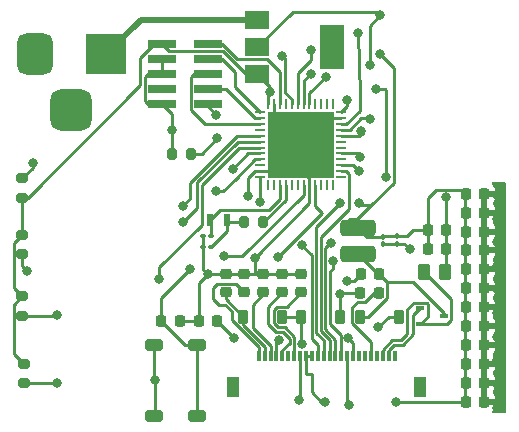
<source format=gbr>
%TF.GenerationSoftware,KiCad,Pcbnew,7.0.8*%
%TF.CreationDate,2023-11-29T21:04:09-06:00*%
%TF.ProjectId,Clock1_v2,436c6f63-6b31-45f7-9632-2e6b69636164,rev?*%
%TF.SameCoordinates,Original*%
%TF.FileFunction,Copper,L1,Top*%
%TF.FilePolarity,Positive*%
%FSLAX46Y46*%
G04 Gerber Fmt 4.6, Leading zero omitted, Abs format (unit mm)*
G04 Created by KiCad (PCBNEW 7.0.8) date 2023-11-29 21:04:09*
%MOMM*%
%LPD*%
G01*
G04 APERTURE LIST*
G04 Aperture macros list*
%AMRoundRect*
0 Rectangle with rounded corners*
0 $1 Rounding radius*
0 $2 $3 $4 $5 $6 $7 $8 $9 X,Y pos of 4 corners*
0 Add a 4 corners polygon primitive as box body*
4,1,4,$2,$3,$4,$5,$6,$7,$8,$9,$2,$3,0*
0 Add four circle primitives for the rounded corners*
1,1,$1+$1,$2,$3*
1,1,$1+$1,$4,$5*
1,1,$1+$1,$6,$7*
1,1,$1+$1,$8,$9*
0 Add four rect primitives between the rounded corners*
20,1,$1+$1,$2,$3,$4,$5,0*
20,1,$1+$1,$4,$5,$6,$7,0*
20,1,$1+$1,$6,$7,$8,$9,0*
20,1,$1+$1,$8,$9,$2,$3,0*%
G04 Aperture macros list end*
%TA.AperFunction,ComponentPad*%
%ADD10R,3.500000X3.500000*%
%TD*%
%TA.AperFunction,ComponentPad*%
%ADD11RoundRect,0.750000X-0.750000X-1.000000X0.750000X-1.000000X0.750000X1.000000X-0.750000X1.000000X0*%
%TD*%
%TA.AperFunction,ComponentPad*%
%ADD12RoundRect,0.875000X-0.875000X-0.875000X0.875000X-0.875000X0.875000X0.875000X-0.875000X0.875000X0*%
%TD*%
%TA.AperFunction,SMDPad,CuDef*%
%ADD13R,2.400000X0.740000*%
%TD*%
%TA.AperFunction,SMDPad,CuDef*%
%ADD14R,0.300000X0.900000*%
%TD*%
%TA.AperFunction,SMDPad,CuDef*%
%ADD15R,1.100000X1.800000*%
%TD*%
%TA.AperFunction,SMDPad,CuDef*%
%ADD16RoundRect,0.225000X-0.225000X-0.250000X0.225000X-0.250000X0.225000X0.250000X-0.225000X0.250000X0*%
%TD*%
%TA.AperFunction,SMDPad,CuDef*%
%ADD17RoundRect,0.225000X-0.250000X0.225000X-0.250000X-0.225000X0.250000X-0.225000X0.250000X0.225000X0*%
%TD*%
%TA.AperFunction,SMDPad,CuDef*%
%ADD18RoundRect,0.225000X0.225000X0.375000X-0.225000X0.375000X-0.225000X-0.375000X0.225000X-0.375000X0*%
%TD*%
%TA.AperFunction,SMDPad,CuDef*%
%ADD19RoundRect,0.100000X-0.100000X0.130000X-0.100000X-0.130000X0.100000X-0.130000X0.100000X0.130000X0*%
%TD*%
%TA.AperFunction,SMDPad,CuDef*%
%ADD20RoundRect,0.200000X-0.200000X-0.275000X0.200000X-0.275000X0.200000X0.275000X-0.200000X0.275000X0*%
%TD*%
%TA.AperFunction,SMDPad,CuDef*%
%ADD21RoundRect,0.250000X0.512000X-0.250000X0.512000X0.250000X-0.512000X0.250000X-0.512000X-0.250000X0*%
%TD*%
%TA.AperFunction,SMDPad,CuDef*%
%ADD22RoundRect,0.100000X-0.130000X-0.100000X0.130000X-0.100000X0.130000X0.100000X-0.130000X0.100000X0*%
%TD*%
%TA.AperFunction,SMDPad,CuDef*%
%ADD23RoundRect,0.225000X0.225000X0.250000X-0.225000X0.250000X-0.225000X-0.250000X0.225000X-0.250000X0*%
%TD*%
%TA.AperFunction,SMDPad,CuDef*%
%ADD24RoundRect,0.350000X1.150000X-0.350000X1.150000X0.350000X-1.150000X0.350000X-1.150000X-0.350000X0*%
%TD*%
%TA.AperFunction,SMDPad,CuDef*%
%ADD25RoundRect,0.200000X0.275000X-0.200000X0.275000X0.200000X-0.275000X0.200000X-0.275000X-0.200000X0*%
%TD*%
%TA.AperFunction,SMDPad,CuDef*%
%ADD26R,0.700000X0.450000*%
%TD*%
%TA.AperFunction,SMDPad,CuDef*%
%ADD27R,0.600000X1.100000*%
%TD*%
%TA.AperFunction,SMDPad,CuDef*%
%ADD28RoundRect,0.062500X0.062500X-0.375000X0.062500X0.375000X-0.062500X0.375000X-0.062500X-0.375000X0*%
%TD*%
%TA.AperFunction,SMDPad,CuDef*%
%ADD29RoundRect,0.062500X0.375000X-0.062500X0.375000X0.062500X-0.375000X0.062500X-0.375000X-0.062500X0*%
%TD*%
%TA.AperFunction,SMDPad,CuDef*%
%ADD30R,5.600000X5.600000*%
%TD*%
%TA.AperFunction,SMDPad,CuDef*%
%ADD31R,2.000000X1.500000*%
%TD*%
%TA.AperFunction,SMDPad,CuDef*%
%ADD32R,2.000000X3.800000*%
%TD*%
%TA.AperFunction,SMDPad,CuDef*%
%ADD33RoundRect,0.250000X0.262500X0.450000X-0.262500X0.450000X-0.262500X-0.450000X0.262500X-0.450000X0*%
%TD*%
%TA.AperFunction,SMDPad,CuDef*%
%ADD34RoundRect,0.200000X-0.275000X0.200000X-0.275000X-0.200000X0.275000X-0.200000X0.275000X0.200000X0*%
%TD*%
%TA.AperFunction,ViaPad*%
%ADD35C,0.800000*%
%TD*%
%TA.AperFunction,Conductor*%
%ADD36C,0.250000*%
%TD*%
%TA.AperFunction,Conductor*%
%ADD37C,0.500000*%
%TD*%
G04 APERTURE END LIST*
D10*
%TO.P,J1,1*%
%TO.N,Vin*%
X109700000Y-85100000D03*
D11*
%TO.P,J1,2*%
%TO.N,GND*%
X103700000Y-85100000D03*
D12*
%TO.P,J1,3*%
%TO.N,N/C*%
X106700000Y-89800000D03*
%TD*%
D13*
%TO.P,J2,1,VTref*%
%TO.N,VDD*%
X114400000Y-84200000D03*
%TO.P,J2,2,SWDIO/TMS*%
%TO.N,Net-(J2-SWDIO{slash}TMS)*%
X118300000Y-84200000D03*
%TO.P,J2,3,GND*%
%TO.N,GND*%
X114400000Y-85470000D03*
%TO.P,J2,4,SWDCLK/TCK*%
%TO.N,Net-(J2-SWDCLK{slash}TCK)*%
X118300000Y-85470000D03*
%TO.P,J2,5,GND*%
%TO.N,GND*%
X114400000Y-86740000D03*
%TO.P,J2,6,SWO/TDO*%
%TO.N,Net-(J2-SWO{slash}TDO)*%
X118300000Y-86740000D03*
%TO.P,J2,7,KEY*%
%TO.N,unconnected-(J2-KEY-Pad7)*%
X114400000Y-88010000D03*
%TO.P,J2,8,NC/TDI*%
%TO.N,Net-(J2-NC{slash}TDI)*%
X118300000Y-88010000D03*
%TO.P,J2,9,GNDDetect*%
%TO.N,GND*%
X114400000Y-89280000D03*
%TO.P,J2,10,~{RESET}*%
%TO.N,/nreset*%
X118300000Y-89280000D03*
%TD*%
D14*
%TO.P,U3,24,VCOM*%
%TO.N,Net-(U3-VCOM)*%
X122606030Y-110600000D03*
%TO.P,U3,23,VGL*%
%TO.N,Net-(D2-A)*%
X123106030Y-110600000D03*
%TO.P,U3,22,VDL*%
%TO.N,Net-(U3-VDL)*%
X123606030Y-110600000D03*
%TO.P,U3,21,VGH*%
%TO.N,Net-(D1-K)*%
X124106030Y-110600000D03*
%TO.P,U3,20,VDH*%
%TO.N,Net-(U3-VDH)*%
X124606030Y-110600000D03*
%TO.P,U3,19,NC*%
%TO.N,unconnected-(U3-NC-Pad19)*%
X125106030Y-110600000D03*
%TO.P,U3,18,VDDD*%
%TO.N,Net-(U3-VDDD)*%
X125606030Y-110600000D03*
%TO.P,U3,17,GND*%
%TO.N,GND*%
X126106030Y-110600000D03*
%TO.P,U3,16,VDDA*%
%TO.N,VDD*%
X126606030Y-110600000D03*
%TO.P,U3,15,VDDIO*%
X127106030Y-110600000D03*
%TO.P,U3,14,SDA*%
%TO.N,/epaper/epaper.spi_sda*%
X127606030Y-110600000D03*
%TO.P,U3,13,SCL*%
%TO.N,/epaper/epaper.spi_scl*%
X128106030Y-110600000D03*
%TO.P,U3,12,CS*%
%TO.N,/epaper/epaper.spi_cs*%
X128606030Y-110600000D03*
%TO.P,U3,11,D/C*%
%TO.N,/epaper/epaper.gpio_dc*%
X129106030Y-110600000D03*
%TO.P,U3,10,RESET*%
%TO.N,/epaper/epaper.gpio_reset_n*%
X129606030Y-110600000D03*
%TO.P,U3,9,BUSY*%
%TO.N,/epaper/epaper.gpio_busy_n*%
X130106030Y-110600000D03*
%TO.P,U3,8,BS*%
%TO.N,/epaper/epaper.gpio_bs*%
X130606030Y-110600000D03*
%TO.P,U3,7,NC*%
%TO.N,unconnected-(U3-NC-Pad7)*%
X131106030Y-110600000D03*
%TO.P,U3,6,NC*%
%TO.N,unconnected-(U3-NC-Pad6)*%
X131606030Y-110600000D03*
%TO.P,U3,5,VHDR*%
%TO.N,Net-(U3-VHDR)*%
X132106030Y-110600000D03*
%TO.P,U3,4,NC*%
%TO.N,unconnected-(U3-NC-Pad4)*%
X132606030Y-110600000D03*
%TO.P,U3,3,RSE*%
%TO.N,Net-(Q1-S)*%
X133106030Y-110600000D03*
%TO.P,U3,2,GDR*%
%TO.N,Net-(Q1-G)*%
X133606030Y-110600000D03*
%TO.P,U3,1,NC*%
%TO.N,unconnected-(U3-NC-Pad1)*%
X134106030Y-110600000D03*
D15*
%TO.P,U3,MP1*%
%TO.N,N/C*%
X120449731Y-113267624D03*
%TO.P,U3,MP2*%
X136249731Y-113267624D03*
%TD*%
D16*
%TO.P,C19,1*%
%TO.N,VDD*%
X140125000Y-114500000D03*
%TO.P,C19,2*%
%TO.N,GND*%
X141675000Y-114500000D03*
%TD*%
%TO.P,C14,1*%
%TO.N,VDD*%
X140125000Y-106500000D03*
%TO.P,C14,2*%
%TO.N,GND*%
X141675000Y-106500000D03*
%TD*%
D17*
%TO.P,C23,1*%
%TO.N,GND*%
X126200000Y-103699998D03*
%TO.P,C23,2*%
%TO.N,Net-(U3-VDDD)*%
X126200000Y-105249998D03*
%TD*%
D16*
%TO.P,C16,1*%
%TO.N,VDD*%
X140125000Y-109700000D03*
%TO.P,C16,2*%
%TO.N,GND*%
X141675000Y-109700000D03*
%TD*%
D18*
%TO.P,D3,1,K*%
%TO.N,GND*%
X129500000Y-107299998D03*
%TO.P,D3,2,A*%
%TO.N,Net-(D2-K)*%
X126200000Y-107299998D03*
%TD*%
D19*
%TO.P,C28,1*%
%TO.N,VDD*%
X134300000Y-100479998D03*
%TO.P,C28,2*%
%TO.N,GND*%
X134300000Y-101119998D03*
%TD*%
D18*
%TO.P,D2,1,K*%
%TO.N,Net-(D2-K)*%
X124600000Y-107299998D03*
%TO.P,D2,2,A*%
%TO.N,Net-(D2-A)*%
X121300000Y-107299998D03*
%TD*%
D16*
%TO.P,C17,1*%
%TO.N,VDD*%
X140125000Y-111300000D03*
%TO.P,C17,2*%
%TO.N,GND*%
X141675000Y-111300000D03*
%TD*%
D17*
%TO.P,C24,1*%
%TO.N,GND*%
X123000000Y-103699998D03*
%TO.P,C24,2*%
%TO.N,Net-(U3-VDL)*%
X123000000Y-105249998D03*
%TD*%
D16*
%TO.P,C9,1*%
%TO.N,VDD*%
X140125000Y-98500000D03*
%TO.P,C9,2*%
%TO.N,GND*%
X141675000Y-98500000D03*
%TD*%
D20*
%TO.P,R2,1*%
%TO.N,GND*%
X115250000Y-93500000D03*
%TO.P,R2,2*%
%TO.N,Net-(U1-BOOT0)*%
X116900000Y-93500000D03*
%TD*%
D21*
%TO.P,SW7,1,1*%
%TO.N,GND*%
X113700000Y-115700000D03*
X113700000Y-109700000D03*
%TO.P,SW7,2,2*%
%TO.N,/nreset*%
X117400000Y-115700000D03*
X117400000Y-109700000D03*
%TD*%
D22*
%TO.P,C5,1*%
%TO.N,GND*%
X117925000Y-101400000D03*
%TO.P,C5,2*%
%TO.N,Net-(C5-Pad2)*%
X118565000Y-101400000D03*
%TD*%
D16*
%TO.P,C13,1*%
%TO.N,VDD*%
X140125000Y-104900000D03*
%TO.P,C13,2*%
%TO.N,GND*%
X141675000Y-104900000D03*
%TD*%
D17*
%TO.P,C22,1*%
%TO.N,GND*%
X124600000Y-103699998D03*
%TO.P,C22,2*%
%TO.N,Net-(U3-VDH)*%
X124600000Y-105249998D03*
%TD*%
D16*
%TO.P,C10,1*%
%TO.N,VDD*%
X140125000Y-100100000D03*
%TO.P,C10,2*%
%TO.N,GND*%
X141675000Y-100100000D03*
%TD*%
%TO.P,C1,1*%
%TO.N,VDD*%
X136922500Y-100000000D03*
%TO.P,C1,2*%
%TO.N,GND*%
X138472500Y-100000000D03*
%TD*%
%TO.P,C15,1*%
%TO.N,VDD*%
X140125000Y-108100000D03*
%TO.P,C15,2*%
%TO.N,GND*%
X141675000Y-108100000D03*
%TD*%
%TO.P,C18,1*%
%TO.N,VDD*%
X140125000Y-112900000D03*
%TO.P,C18,2*%
%TO.N,GND*%
X141675000Y-112900000D03*
%TD*%
%TO.P,C2,1*%
%TO.N,VDD*%
X136925000Y-101600000D03*
%TO.P,C2,2*%
%TO.N,GND*%
X138475000Y-101600000D03*
%TD*%
D23*
%TO.P,C3,1*%
%TO.N,GND*%
X115900000Y-107700000D03*
%TO.P,C3,2*%
%TO.N,/nreset*%
X114350000Y-107700000D03*
%TD*%
D24*
%TO.P,L1,1,1*%
%TO.N,VDD*%
X131019000Y-99799998D03*
%TO.P,L1,2,2*%
%TO.N,Net-(D1-A)*%
X131000000Y-101999998D03*
%TD*%
D25*
%TO.P,R7,1*%
%TO.N,Net-(U1-PB7)*%
X102600000Y-107225000D03*
%TO.P,R7,2*%
%TO.N,VDD*%
X102600000Y-105575000D03*
%TD*%
D16*
%TO.P,C12,1*%
%TO.N,VDD*%
X140125000Y-103300000D03*
%TO.P,C12,2*%
%TO.N,GND*%
X141675000Y-103300000D03*
%TD*%
D25*
%TO.P,R6,1*%
%TO.N,Net-(U1-PB6)*%
X102600000Y-102000000D03*
%TO.P,R6,2*%
%TO.N,VDD*%
X102600000Y-100350000D03*
%TD*%
D16*
%TO.P,C20,1*%
%TO.N,GND*%
X131200000Y-105299998D03*
%TO.P,C20,2*%
%TO.N,Net-(U3-VHDR)*%
X132750000Y-105299998D03*
%TD*%
D22*
%TO.P,C4,1*%
%TO.N,GND*%
X117925000Y-100500000D03*
%TO.P,C4,2*%
%TO.N,Net-(U1-PC14)*%
X118565000Y-100500000D03*
%TD*%
D16*
%TO.P,C21,1*%
%TO.N,GND*%
X117525000Y-107699998D03*
%TO.P,C21,2*%
%TO.N,Net-(D1-K)*%
X119075000Y-107699998D03*
%TD*%
D25*
%TO.P,R8,1*%
%TO.N,Net-(U1-PB8)*%
X102700000Y-112925000D03*
%TO.P,R8,2*%
%TO.N,VDD*%
X102700000Y-111275000D03*
%TD*%
D26*
%TO.P,Q1,1,G*%
%TO.N,Net-(Q1-G)*%
X136300000Y-106600000D03*
%TO.P,Q1,2,S*%
%TO.N,Net-(Q1-S)*%
X136300000Y-107900000D03*
%TO.P,Q1,3,D*%
%TO.N,Net-(D1-A)*%
X138300000Y-107250000D03*
%TD*%
D20*
%TO.P,R1,1*%
%TO.N,Net-(C5-Pad2)*%
X121350000Y-99300000D03*
%TO.P,R1,2*%
%TO.N,Net-(U1-PC15)*%
X123000000Y-99300000D03*
%TD*%
D18*
%TO.P,D1,1,K*%
%TO.N,Net-(D1-K)*%
X134500000Y-107299998D03*
%TO.P,D1,2,A*%
%TO.N,Net-(D1-A)*%
X131200000Y-107299998D03*
%TD*%
D27*
%TO.P,Y1,1,1*%
%TO.N,Net-(U1-PC14)*%
X118500000Y-99100000D03*
%TO.P,Y1,2,2*%
%TO.N,Net-(C5-Pad2)*%
X119900000Y-99100000D03*
%TD*%
D16*
%TO.P,C11,1*%
%TO.N,VDD*%
X140125000Y-101700000D03*
%TO.P,C11,2*%
%TO.N,GND*%
X141675000Y-101700000D03*
%TD*%
D28*
%TO.P,U1,1,VBAT*%
%TO.N,unconnected-(U1-VBAT-Pad1)*%
X123400000Y-96175000D03*
%TO.P,U1,2,PC13*%
%TO.N,unconnected-(U1-PC13-Pad2)*%
X123900000Y-96175000D03*
%TO.P,U1,3,PC14*%
%TO.N,Net-(U1-PC14)*%
X124400000Y-96175000D03*
%TO.P,U1,4,PC15*%
%TO.N,Net-(U1-PC15)*%
X124900000Y-96175000D03*
%TO.P,U1,5,PD0*%
%TO.N,unconnected-(U1-PD0-Pad5)*%
X125400000Y-96175000D03*
%TO.P,U1,6,PD1*%
%TO.N,unconnected-(U1-PD1-Pad6)*%
X125900000Y-96175000D03*
%TO.P,U1,7,NRST*%
%TO.N,/nreset*%
X126400000Y-96175000D03*
%TO.P,U1,8,VSSA*%
%TO.N,GND*%
X126900000Y-96175000D03*
%TO.P,U1,9,VDDA*%
%TO.N,VDD*%
X127400000Y-96175000D03*
%TO.P,U1,10,PA0*%
%TO.N,unconnected-(U1-PA0-Pad10)*%
X127900000Y-96175000D03*
%TO.P,U1,11,PA1*%
%TO.N,unconnected-(U1-PA1-Pad11)*%
X128400000Y-96175000D03*
%TO.P,U1,12,PA2*%
%TO.N,unconnected-(U1-PA2-Pad12)*%
X128900000Y-96175000D03*
D29*
%TO.P,U1,13,PA3*%
%TO.N,unconnected-(U1-PA3-Pad13)*%
X129587500Y-95487500D03*
%TO.P,U1,14,PA4*%
%TO.N,/epaper/epaper.spi_cs*%
X129587500Y-94987500D03*
%TO.P,U1,15,PA5*%
%TO.N,/epaper/epaper.spi_scl*%
X129587500Y-94487500D03*
%TO.P,U1,16,PA6*%
%TO.N,unconnected-(U1-PA6-Pad16)*%
X129587500Y-93987500D03*
%TO.P,U1,17,PA7*%
%TO.N,/epaper/epaper.spi_sda*%
X129587500Y-93487500D03*
%TO.P,U1,18,PB0*%
%TO.N,unconnected-(U1-PB0-Pad18)*%
X129587500Y-92987500D03*
%TO.P,U1,19,PB1*%
%TO.N,unconnected-(U1-PB1-Pad19)*%
X129587500Y-92487500D03*
%TO.P,U1,20,PB2*%
%TO.N,Net-(U1-PB2)*%
X129587500Y-91987500D03*
%TO.P,U1,21,PB10*%
%TO.N,Net-(U1-PB10)*%
X129587500Y-91487500D03*
%TO.P,U1,22,PB11*%
%TO.N,Net-(U1-PB11)*%
X129587500Y-90987500D03*
%TO.P,U1,23,VSS*%
%TO.N,GND*%
X129587500Y-90487500D03*
%TO.P,U1,24,VDD*%
%TO.N,VDD*%
X129587500Y-89987500D03*
D28*
%TO.P,U1,25,PB12*%
%TO.N,unconnected-(U1-PB12-Pad25)*%
X128900000Y-89300000D03*
%TO.P,U1,26,PB13*%
%TO.N,unconnected-(U1-PB13-Pad26)*%
X128400000Y-89300000D03*
%TO.P,U1,27,PB14*%
%TO.N,unconnected-(U1-PB14-Pad27)*%
X127900000Y-89300000D03*
%TO.P,U1,28,PB15*%
%TO.N,unconnected-(U1-PB15-Pad28)*%
X127400000Y-89300000D03*
%TO.P,U1,29,PA8*%
%TO.N,/epaper/epaper.gpio_bs*%
X126900000Y-89300000D03*
%TO.P,U1,30,PA9*%
%TO.N,/epaper/epaper.gpio_dc*%
X126400000Y-89300000D03*
%TO.P,U1,31,PA10*%
%TO.N,/epaper/epaper.gpio_busy_n*%
X125900000Y-89300000D03*
%TO.P,U1,32,PA11*%
%TO.N,/epaper/epaper.gpio_reset_n*%
X125400000Y-89300000D03*
%TO.P,U1,33,PA12*%
%TO.N,unconnected-(U1-PA12-Pad33)*%
X124900000Y-89300000D03*
%TO.P,U1,34,PA13_JTMS_SWDIO*%
%TO.N,Net-(J2-SWDIO{slash}TMS)*%
X124400000Y-89300000D03*
%TO.P,U1,35,VSS*%
%TO.N,GND*%
X123900000Y-89300000D03*
%TO.P,U1,36,VDD*%
%TO.N,VDD*%
X123400000Y-89300000D03*
D29*
%TO.P,U1,37,PA14_JTCK_SWCLK*%
%TO.N,Net-(J2-SWDCLK{slash}TCK)*%
X122712500Y-89987500D03*
%TO.P,U1,38,PA15_JTDI*%
%TO.N,Net-(J2-NC{slash}TDI)*%
X122712500Y-90487500D03*
%TO.P,U1,39,PB3*%
%TO.N,Net-(J2-SWO{slash}TDO)*%
X122712500Y-90987500D03*
%TO.P,U1,40,PB4*%
%TO.N,unconnected-(U1-PB4-Pad40)*%
X122712500Y-91487500D03*
%TO.P,U1,41,PB5*%
%TO.N,Net-(U1-PB5)*%
X122712500Y-91987500D03*
%TO.P,U1,42,PB6*%
%TO.N,Net-(U1-PB6)*%
X122712500Y-92487500D03*
%TO.P,U1,43,PB7*%
%TO.N,Net-(U1-PB7)*%
X122712500Y-92987500D03*
%TO.P,U1,44,BOOT0*%
%TO.N,Net-(U1-BOOT0)*%
X122712500Y-93487500D03*
%TO.P,U1,45,PB8*%
%TO.N,Net-(U1-PB8)*%
X122712500Y-93987500D03*
%TO.P,U1,46,PB9*%
%TO.N,unconnected-(U1-PB9-Pad46)*%
X122712500Y-94487500D03*
%TO.P,U1,47,VSS*%
%TO.N,GND*%
X122712500Y-94987500D03*
%TO.P,U1,48,VDD*%
%TO.N,VDD*%
X122712500Y-95487500D03*
D30*
%TO.P,U1,49,VSS*%
%TO.N,GND*%
X126150000Y-92737500D03*
%TD*%
D16*
%TO.P,C8,1*%
%TO.N,VDD*%
X140125000Y-96925000D03*
%TO.P,C8,2*%
%TO.N,GND*%
X141675000Y-96925000D03*
%TD*%
D17*
%TO.P,C26,1*%
%TO.N,GND*%
X119800000Y-103699998D03*
%TO.P,C26,2*%
%TO.N,Net-(D2-A)*%
X119800000Y-105249998D03*
%TD*%
%TO.P,C25,1*%
%TO.N,GND*%
X121400000Y-103699998D03*
%TO.P,C25,2*%
%TO.N,Net-(U3-VCOM)*%
X121400000Y-105249998D03*
%TD*%
D31*
%TO.P,U2,1,Vin*%
%TO.N,Vin*%
X122500000Y-82200000D03*
%TO.P,U2,2,GND*%
%TO.N,GND*%
X122500000Y-84500000D03*
%TO.P,U2,3,Vout*%
%TO.N,VDD*%
X122500000Y-86800000D03*
D32*
%TO.P,U2,4*%
%TO.N,N/C*%
X128800000Y-84500000D03*
%TD*%
D33*
%TO.P,R4,1*%
%TO.N,GND*%
X138400000Y-103500000D03*
%TO.P,R4,2*%
%TO.N,Net-(Q1-S)*%
X136575000Y-103500000D03*
%TD*%
D34*
%TO.P,R5,1*%
%TO.N,Net-(U1-PB5)*%
X102600000Y-95578000D03*
%TO.P,R5,2*%
%TO.N,VDD*%
X102600000Y-97228000D03*
%TD*%
D23*
%TO.P,C27,1*%
%TO.N,Net-(D1-A)*%
X132800000Y-103699998D03*
%TO.P,C27,2*%
%TO.N,Net-(D2-K)*%
X131250000Y-103699998D03*
%TD*%
D19*
%TO.P,C29,1*%
%TO.N,VDD*%
X133100000Y-100524998D03*
%TO.P,C29,2*%
%TO.N,GND*%
X133100000Y-101164998D03*
%TD*%
D35*
%TO.N,GND*%
X113800000Y-112700000D03*
X128300000Y-92000000D03*
X126300000Y-92000000D03*
X135400000Y-101599998D03*
X142800000Y-109000000D03*
X142800000Y-97000000D03*
X124050000Y-92000000D03*
X132900000Y-81800000D03*
X126300000Y-90500000D03*
X142800000Y-103000000D03*
X128300000Y-95000000D03*
X118300000Y-103699998D03*
X129500000Y-105399998D03*
X124050000Y-93500000D03*
X122300000Y-102300000D03*
X121700000Y-97100000D03*
X124050000Y-90500000D03*
X115300000Y-91500000D03*
X142800000Y-115000000D03*
X142800000Y-111000000D03*
X128300000Y-93500000D03*
X142800000Y-99000000D03*
X126300000Y-95000000D03*
X124050000Y-95000000D03*
X142800000Y-107000000D03*
X126000000Y-114399998D03*
X132000000Y-86000000D03*
X142800000Y-105000000D03*
X128300000Y-90500000D03*
X138500000Y-97200000D03*
X126300000Y-93500000D03*
X142800000Y-101000000D03*
X142800000Y-113000000D03*
%TO.N,VDD*%
X128250000Y-114500000D03*
X134250000Y-114500000D03*
X130050000Y-89000000D03*
X124250000Y-102250000D03*
X122700000Y-97600000D03*
X123550000Y-88250000D03*
X131100000Y-97700000D03*
X132900000Y-85100000D03*
%TO.N,Net-(D1-K)*%
X120500000Y-109099998D03*
X124300000Y-109300000D03*
X132700000Y-108200000D03*
%TO.N,Net-(D2-K)*%
X130100000Y-104300000D03*
X126300000Y-109599998D03*
%TO.N,/epaper/epaper.spi_scl*%
X129500000Y-97700000D03*
X131100000Y-95000000D03*
%TO.N,/epaper/epaper.spi_sda*%
X126300000Y-101200000D03*
X131200000Y-93800000D03*
%TO.N,/epaper/epaper.gpio_bs*%
X128300000Y-87000000D03*
X132550000Y-88000000D03*
X130200000Y-109100000D03*
X133400000Y-95500000D03*
%TO.N,/epaper/epaper.gpio_dc*%
X127000000Y-86750000D03*
X128700000Y-101100000D03*
%TO.N,/epaper/epaper.gpio_busy_n*%
X130250000Y-114750000D03*
X127000000Y-84750000D03*
%TO.N,/epaper/epaper.gpio_reset_n*%
X124600000Y-85200000D03*
X128900000Y-102600000D03*
%TO.N,Net-(U1-BOOT0)*%
X119100000Y-92200000D03*
X120400000Y-94800000D03*
%TO.N,Net-(U1-PB5)*%
X116200000Y-97900000D03*
X103500000Y-94300000D03*
%TO.N,Net-(U1-PB6)*%
X116200000Y-99300000D03*
X103000000Y-103400000D03*
%TO.N,Net-(U1-PB7)*%
X114200000Y-104100000D03*
X105500000Y-107200000D03*
%TO.N,Net-(U1-PB8)*%
X119000000Y-96700000D03*
X105500000Y-112900000D03*
%TO.N,/nreset*%
X119000000Y-90200000D03*
X116800000Y-103300000D03*
X119700000Y-102200000D03*
%TO.N,Net-(U1-PB11)*%
X131050000Y-83250000D03*
%TO.N,Net-(U1-PB10)*%
X132000000Y-90600000D03*
%TO.N,Net-(U1-PB2)*%
X131300000Y-91600000D03*
%TD*%
D36*
%TO.N,VDD*%
X139748000Y-96548000D02*
X137652000Y-96548000D01*
X136922500Y-97277500D02*
X136922500Y-100700000D01*
X140125000Y-96925000D02*
X139748000Y-96548000D01*
X136922500Y-100000000D02*
X136922500Y-100700000D01*
X136922500Y-100700000D02*
X136922500Y-101597500D01*
X137652000Y-96548000D02*
X136922500Y-97277500D01*
%TO.N,Net-(D1-A)*%
X138300000Y-107025000D02*
X135626998Y-104351998D01*
X135626998Y-104351998D02*
X133452000Y-104351998D01*
X138300000Y-107250000D02*
X138300000Y-107025000D01*
%TO.N,Net-(Q1-S)*%
X136902000Y-107298000D02*
X136300000Y-107900000D01*
X135777000Y-106123000D02*
X136823000Y-106123000D01*
X136902000Y-106202000D02*
X136902000Y-107298000D01*
X135202000Y-106698000D02*
X135777000Y-106123000D01*
X135202000Y-108743998D02*
X135202000Y-106698000D01*
X136823000Y-106123000D02*
X136902000Y-106202000D01*
X134623000Y-109322998D02*
X135202000Y-108743998D01*
%TO.N,Net-(Q1-G)*%
X135698000Y-108781157D02*
X135698000Y-107202000D01*
X135698000Y-107202000D02*
X136300000Y-106600000D01*
X134779159Y-109699998D02*
X135698000Y-108781157D01*
X134049650Y-109699998D02*
X134779159Y-109699998D01*
X133606030Y-110143618D02*
X134049650Y-109699998D01*
X133606030Y-110600000D02*
X133606030Y-110143618D01*
%TO.N,Net-(Q1-S)*%
X138902000Y-107579382D02*
X138902000Y-105827000D01*
X138581382Y-107900000D02*
X138902000Y-107579382D01*
X136300000Y-107900000D02*
X138581382Y-107900000D01*
X138902000Y-105827000D02*
X136575000Y-103500000D01*
%TO.N,GND*%
X138475000Y-103425000D02*
X138400000Y-103500000D01*
X138475000Y-101600000D02*
X138475000Y-103425000D01*
%TO.N,VDD*%
X135682066Y-100000000D02*
X136922500Y-100000000D01*
X135202068Y-100479998D02*
X135682066Y-100000000D01*
X134250000Y-114500000D02*
X140125000Y-114500000D01*
%TO.N,Net-(D1-K)*%
X124106030Y-109493970D02*
X124106030Y-110600000D01*
X124300000Y-109300000D02*
X124106030Y-109493970D01*
%TO.N,Net-(U3-VDH)*%
X124606030Y-110143618D02*
X124606030Y-110600000D01*
X125229030Y-109600000D02*
X125149648Y-109600000D01*
X125149648Y-109600000D02*
X124606030Y-110143618D01*
X124643842Y-108576998D02*
X125229030Y-109162186D01*
X125229030Y-109162186D02*
X125229030Y-109600000D01*
X124069259Y-108576998D02*
X124643842Y-108576998D01*
X123400000Y-107907739D02*
X124069259Y-108576998D01*
X124600000Y-105249998D02*
X123400000Y-106449998D01*
X123400000Y-106449998D02*
X123400000Y-107907739D01*
%TO.N,GND*%
X113700000Y-112600000D02*
X113700000Y-109700000D01*
X113800000Y-112700000D02*
X113700000Y-112600000D01*
X113800000Y-115700000D02*
X113800000Y-112700000D01*
X113700000Y-115700000D02*
X113800000Y-115700000D01*
%TO.N,/nreset*%
X117400000Y-115700000D02*
X117400000Y-109700000D01*
X116350000Y-109700000D02*
X114350000Y-107700000D01*
X117400000Y-109700000D02*
X116350000Y-109700000D01*
%TO.N,Net-(U3-VDDD)*%
X124225418Y-108199998D02*
X124800000Y-108199998D01*
X123898000Y-107872580D02*
X124225418Y-108199998D01*
X123898000Y-106727416D02*
X123898000Y-107872580D01*
X124177418Y-106447998D02*
X123898000Y-106727416D01*
X125002000Y-106447998D02*
X124177418Y-106447998D01*
X124800000Y-108199998D02*
X125606030Y-109006028D01*
X126200000Y-105249998D02*
X125002000Y-106447998D01*
X125606030Y-109006028D02*
X125606030Y-110600000D01*
%TO.N,Net-(U3-VDL)*%
X122100000Y-106325416D02*
X122100000Y-108308264D01*
X122100000Y-108308264D02*
X123606030Y-109814294D01*
X123606030Y-109814294D02*
X123606030Y-110600000D01*
X123000000Y-105425416D02*
X122100000Y-106325416D01*
X123000000Y-105249998D02*
X123000000Y-105425416D01*
%TO.N,Net-(D2-A)*%
X123106030Y-109847452D02*
X123106030Y-110600000D01*
X121300000Y-108041422D02*
X123106030Y-109847452D01*
X121300000Y-107299998D02*
X121300000Y-108041422D01*
%TO.N,Net-(U3-VCOM)*%
X120333421Y-107608001D02*
X122606030Y-109880610D01*
X119216579Y-106316577D02*
X119783421Y-106316577D01*
X118700000Y-104899998D02*
X118700000Y-105799998D01*
X118700000Y-105799998D02*
X119216579Y-106316577D01*
X120333421Y-106866577D02*
X120333421Y-107608001D01*
X120698000Y-104547998D02*
X119052000Y-104547998D01*
X122606030Y-109880610D02*
X122606030Y-110600000D01*
X119052000Y-104547998D02*
X118700000Y-104899998D01*
X119783421Y-106316577D02*
X120333421Y-106866577D01*
X121400000Y-105249998D02*
X120698000Y-104547998D01*
%TO.N,Net-(Q1-S)*%
X133106030Y-110110460D02*
X133106030Y-110600000D01*
X133893492Y-109322998D02*
X133106030Y-110110460D01*
X134623000Y-109322998D02*
X133893492Y-109322998D01*
%TO.N,VDD*%
X126606030Y-110600000D02*
X127106030Y-110600000D01*
X126606030Y-112193968D02*
X126606030Y-110600000D01*
X126600000Y-112199998D02*
X126606030Y-112193968D01*
%TO.N,GND*%
X126106030Y-112193968D02*
X126106030Y-110600000D01*
X126100000Y-112199998D02*
X126106030Y-112193968D01*
%TO.N,/epaper/epaper.gpio_busy_n*%
X130106030Y-112193968D02*
X130106030Y-110600000D01*
X130100000Y-112199998D02*
X130106030Y-112193968D01*
%TO.N,/epaper/epaper.gpio_reset_n*%
X129548000Y-110541970D02*
X129606030Y-110600000D01*
X129548000Y-108829932D02*
X129548000Y-110541970D01*
X128608000Y-107889932D02*
X129548000Y-108829932D01*
X128608000Y-103492000D02*
X128608000Y-107889932D01*
%TO.N,/epaper/epaper.gpio_dc*%
X129106030Y-109239714D02*
X129106030Y-110600000D01*
X128231000Y-108364684D02*
X129106030Y-109239714D01*
X128231000Y-101469000D02*
X128231000Y-108364684D01*
%TO.N,/epaper/epaper.spi_cs*%
X128606030Y-109272872D02*
X128606030Y-110600000D01*
X127854000Y-100587559D02*
X127854000Y-108520842D01*
X127854000Y-108520842D02*
X128606030Y-109272872D01*
%TO.N,/epaper/epaper.spi_scl*%
X128106030Y-109306030D02*
X128106030Y-110600000D01*
X127477000Y-108677000D02*
X128106030Y-109306030D01*
X127477000Y-99723000D02*
X127477000Y-108677000D01*
%TO.N,/epaper/epaper.spi_sda*%
X127606030Y-109706030D02*
X127606030Y-110600000D01*
X127100000Y-109200000D02*
X127606030Y-109706030D01*
X127100000Y-102100000D02*
X127100000Y-109200000D01*
%TO.N,Net-(D1-K)*%
X133600002Y-107299998D02*
X132700000Y-108200000D01*
X134500000Y-107299998D02*
X133600002Y-107299998D01*
%TO.N,Net-(U3-VHDR)*%
X130498000Y-106501998D02*
X130498000Y-107872580D01*
X131622582Y-106026998D02*
X130973000Y-106026998D01*
X132106030Y-109480610D02*
X132106030Y-110600000D01*
X132349582Y-105299998D02*
X131622582Y-106026998D01*
X130973000Y-106026998D02*
X130498000Y-106501998D01*
X130498000Y-107872580D02*
X132106030Y-109480610D01*
X132750000Y-105299998D02*
X132349582Y-105299998D01*
%TO.N,/epaper/epaper.gpio_bs*%
X130606030Y-109506030D02*
X130606030Y-110600000D01*
X130200000Y-109100000D02*
X130606030Y-109506030D01*
%TO.N,GND*%
X114400000Y-89280000D02*
X113200000Y-89280000D01*
X118300000Y-103699998D02*
X117925000Y-103324998D01*
X117525000Y-104474998D02*
X118300000Y-103699998D01*
X113200000Y-89280000D02*
X112948000Y-89028000D01*
X129587500Y-90487500D02*
X128312500Y-90487500D01*
X126300000Y-90500000D02*
X126300000Y-95000000D01*
X126900000Y-97700000D02*
X122300000Y-102300000D01*
X126100000Y-112199998D02*
X126100000Y-114299998D01*
X128312500Y-90487500D02*
X128300000Y-90500000D01*
X112948000Y-86992000D02*
X113200000Y-86740000D01*
X115250000Y-91550000D02*
X115300000Y-91500000D01*
X117524998Y-107700000D02*
X117525000Y-107699998D01*
X125500000Y-81500000D02*
X132600000Y-81500000D01*
X126900000Y-96175000D02*
X126900000Y-97700000D01*
X122712500Y-94987500D02*
X122275000Y-94987500D01*
X138500000Y-97200000D02*
X138475000Y-97225000D01*
X122300000Y-103599998D02*
X122200000Y-103699998D01*
X134255000Y-101164998D02*
X134300000Y-101119998D01*
X128300000Y-92000000D02*
X124050000Y-92000000D01*
X123900000Y-89300000D02*
X123900000Y-90350000D01*
X117525000Y-107699998D02*
X117525000Y-104474998D01*
X128300000Y-93500000D02*
X124050000Y-93500000D01*
X132000000Y-82700000D02*
X132900000Y-81800000D01*
X115900000Y-107700000D02*
X117524998Y-107700000D01*
X117925000Y-103324998D02*
X117925000Y-100500000D01*
X135400000Y-101599998D02*
X135300000Y-101499998D01*
X115250000Y-93500000D02*
X115250000Y-91550000D01*
X132600000Y-81500000D02*
X132900000Y-81800000D01*
X115250000Y-91450000D02*
X115250000Y-90130000D01*
X122712500Y-94987500D02*
X124037500Y-94987500D01*
X112948000Y-89028000D02*
X112948000Y-86992000D01*
X132000000Y-86000000D02*
X132000000Y-82700000D01*
X126900000Y-96175000D02*
X126900000Y-95600000D01*
X122300000Y-102300000D02*
X122300000Y-103599998D01*
X122275000Y-94987500D02*
X121700000Y-95562500D01*
X115300000Y-91500000D02*
X115250000Y-91450000D01*
X128300000Y-90500000D02*
X124050000Y-90500000D01*
X134300000Y-101119998D02*
X134920000Y-101119998D01*
X115250000Y-90130000D02*
X114400000Y-89280000D01*
X131200000Y-105299998D02*
X129600000Y-105299998D01*
X122500000Y-84500000D02*
X125500000Y-81500000D01*
X129600000Y-105299998D02*
X129500000Y-105399998D01*
X121700000Y-95562500D02*
X121700000Y-97100000D01*
X128300000Y-95000000D02*
X128300000Y-90500000D01*
X124050000Y-95000000D02*
X128300000Y-95000000D01*
X126100000Y-114299998D02*
X126000000Y-114399998D01*
X126900000Y-95600000D02*
X126300000Y-95000000D01*
X114400000Y-86740000D02*
X114400000Y-85470000D01*
X113200000Y-86740000D02*
X114400000Y-86740000D01*
X129500000Y-107299998D02*
X129500000Y-105399998D01*
X122200000Y-103699998D02*
X118300000Y-103699998D01*
X133100000Y-101164998D02*
X134255000Y-101164998D01*
X138475000Y-97225000D02*
X138475000Y-101600000D01*
X134920000Y-101119998D02*
X135400000Y-101599998D01*
X124050000Y-90500000D02*
X124050000Y-95000000D01*
X124037500Y-94987500D02*
X124050000Y-95000000D01*
X126200000Y-103699998D02*
X122200000Y-103699998D01*
X123900000Y-90350000D02*
X124050000Y-90500000D01*
%TO.N,VDD*%
X122500000Y-86800000D02*
X121556382Y-86800000D01*
X129587500Y-89987500D02*
X130100000Y-89475000D01*
X130958382Y-99048000D02*
X132153191Y-97853191D01*
X133145000Y-100479998D02*
X133100000Y-100524998D01*
X102600000Y-97228000D02*
X102600000Y-100350000D01*
X131100000Y-97700000D02*
X131253191Y-97853191D01*
X130050000Y-89000000D02*
X130100000Y-89200000D01*
X121556382Y-86800000D02*
X119578382Y-84822000D01*
X126600000Y-112199998D02*
X127100000Y-112199998D01*
X101873000Y-101077000D02*
X102600000Y-100350000D01*
X133100000Y-100524998D02*
X131744000Y-100524998D01*
X130267002Y-99048000D02*
X130958382Y-99048000D01*
X132153191Y-97853191D02*
X134053191Y-95953191D01*
X123400000Y-88400000D02*
X123550000Y-88250000D01*
X131019000Y-99799998D02*
X130267002Y-99048000D01*
X127100000Y-112199998D02*
X127100000Y-113699998D01*
X128000000Y-98500000D02*
X124250000Y-102250000D01*
X115022000Y-84822000D02*
X114400000Y-84200000D01*
X140050000Y-103200000D02*
X140050000Y-105700000D01*
X112571000Y-87732000D02*
X112571000Y-85372618D01*
X122700000Y-97600000D02*
X122712500Y-97487500D01*
X132900000Y-85100000D02*
X134053191Y-86253191D01*
X134053191Y-86253191D02*
X134053191Y-95953191D01*
X113743618Y-84200000D02*
X114400000Y-84200000D01*
X122712500Y-95487500D02*
X122700000Y-97600000D01*
X123550000Y-88250000D02*
X123550000Y-87850000D01*
X102600000Y-97228000D02*
X103075000Y-97228000D01*
X123550000Y-87850000D02*
X122500000Y-86800000D01*
X119578382Y-84822000D02*
X115022000Y-84822000D01*
X140050000Y-105150000D02*
X140050000Y-105700000D01*
X102700000Y-111275000D02*
X101873000Y-110448000D01*
X136922500Y-101597500D02*
X136925000Y-101600000D01*
X127400000Y-97900000D02*
X128000000Y-98500000D01*
X130100000Y-89475000D02*
X130050000Y-89000000D01*
X101873000Y-106302000D02*
X102600000Y-105575000D01*
X135202068Y-100479998D02*
X134300000Y-100479998D01*
X103075000Y-97228000D02*
X112571000Y-87732000D01*
X127100000Y-113699998D02*
X127900002Y-114500000D01*
X127400000Y-96175000D02*
X127400000Y-97900000D01*
X101873000Y-110448000D02*
X101873000Y-106302000D01*
X101873000Y-104848000D02*
X101873000Y-101077000D01*
X102600000Y-105575000D02*
X101873000Y-104848000D01*
X127900002Y-114500000D02*
X128250000Y-114500000D01*
X112571000Y-85372618D02*
X113743618Y-84200000D01*
X131744000Y-100524998D02*
X131019000Y-99799998D01*
X140050000Y-96825000D02*
X140050000Y-103027930D01*
X131253191Y-97853191D02*
X132153191Y-97853191D01*
X134300000Y-100479998D02*
X133145000Y-100479998D01*
X140050000Y-105700000D02*
X140050000Y-114400000D01*
X123400000Y-89300000D02*
X123400000Y-88400000D01*
%TO.N,Net-(C5-Pad2)*%
X121350000Y-99300000D02*
X120100000Y-99300000D01*
X118565000Y-101400000D02*
X119900000Y-100065000D01*
X119900000Y-100065000D02*
X119900000Y-99100000D01*
X120100000Y-99300000D02*
X119900000Y-99100000D01*
%TO.N,Net-(D1-K)*%
X119075000Y-107699998D02*
X119100000Y-107699998D01*
X119100000Y-107699998D02*
X120500000Y-109099998D01*
X120500000Y-109099998D02*
X120400000Y-108999998D01*
%TO.N,Net-(D2-A)*%
X119800000Y-105249998D02*
X119800000Y-105799998D01*
X119800000Y-105799998D02*
X121300000Y-107299998D01*
%TO.N,Net-(D1-A)*%
X133452000Y-105747580D02*
X133452000Y-104351998D01*
X131200000Y-107299998D02*
X131899582Y-107299998D01*
X131000000Y-101999998D02*
X132700000Y-103699998D01*
X133452000Y-104351998D02*
X132800000Y-103699998D01*
X131899582Y-107299998D02*
X133452000Y-105747580D01*
X132700000Y-103699998D02*
X132800000Y-103699998D01*
%TO.N,Net-(D2-K)*%
X126400000Y-109599998D02*
X126300000Y-109499998D01*
X124600000Y-107299998D02*
X126200000Y-107299998D01*
X130100000Y-104300000D02*
X130649998Y-104300000D01*
X126200000Y-107299998D02*
X126200000Y-109399998D01*
X130649998Y-104300000D02*
X131250000Y-103699998D01*
X126300000Y-109499998D02*
X126300000Y-109599998D01*
X126200000Y-109399998D02*
X126300000Y-109499998D01*
X126300000Y-109599998D02*
X126400000Y-109599998D01*
%TO.N,/epaper/epaper.spi_cs*%
X130277000Y-95239500D02*
X130025000Y-94987500D01*
X130025000Y-94987500D02*
X129587500Y-94987500D01*
X127854000Y-100587559D02*
X130277000Y-98164559D01*
X130277000Y-98164559D02*
X130277000Y-95239500D01*
%TO.N,/epaper/epaper.spi_scl*%
X129500000Y-97758441D02*
X129500000Y-97700000D01*
X129558441Y-97700000D02*
X129500000Y-97758441D01*
X129500000Y-97700000D02*
X129558441Y-97700000D01*
X130587500Y-94487500D02*
X129587500Y-94487500D01*
X131100000Y-95000000D02*
X130587500Y-94487500D01*
X129500000Y-97700000D02*
X127477000Y-99723000D01*
%TO.N,/epaper/epaper.spi_sda*%
X127100000Y-102100000D02*
X126300000Y-101300000D01*
X126200000Y-101200000D02*
X126300000Y-101300000D01*
X131200000Y-93800000D02*
X131100000Y-93700000D01*
X129587500Y-93487500D02*
X130887500Y-93487500D01*
X126300000Y-101200000D02*
X126200000Y-101200000D01*
X126300000Y-101300000D02*
X126300000Y-101200000D01*
X130887500Y-93487500D02*
X131200000Y-93800000D01*
%TO.N,/epaper/epaper.gpio_bs*%
X133300000Y-88000000D02*
X132550000Y-88000000D01*
X128300000Y-87000000D02*
X126900000Y-88400000D01*
X133400000Y-88100000D02*
X133300000Y-88000000D01*
X126900000Y-88400000D02*
X126900000Y-89300000D01*
X132550000Y-88000000D02*
X132800000Y-88000000D01*
X133400000Y-95500000D02*
X133400000Y-88100000D01*
%TO.N,/epaper/epaper.gpio_dc*%
X128700000Y-101100000D02*
X128700000Y-101000000D01*
X128231000Y-101469000D02*
X128600000Y-101100000D01*
X128700000Y-101000000D02*
X128600000Y-101100000D01*
X128600000Y-101100000D02*
X128700000Y-101100000D01*
X126450000Y-89300000D02*
X126450000Y-87300000D01*
X126450000Y-87300000D02*
X127000000Y-86750000D01*
X126400000Y-89300000D02*
X126450000Y-89300000D01*
%TO.N,/epaper/epaper.gpio_busy_n*%
X130100000Y-112199998D02*
X130100000Y-114650000D01*
X127000000Y-84750000D02*
X127000000Y-85577932D01*
X127000000Y-85577932D02*
X125900000Y-86677932D01*
X130200000Y-114750000D02*
X130250000Y-114750000D01*
X125900000Y-86677932D02*
X125900000Y-89300000D01*
X130250000Y-114750000D02*
X130250000Y-114800000D01*
X130100000Y-114650000D02*
X130200000Y-114750000D01*
X130250000Y-114800000D02*
X130200000Y-114750000D01*
%TO.N,/epaper/epaper.gpio_reset_n*%
X128900000Y-102600000D02*
X128900000Y-102700000D01*
X124600000Y-85200000D02*
X124848000Y-85448000D01*
X124848000Y-88365730D02*
X125400000Y-88917730D01*
X128608000Y-103492000D02*
X128900000Y-103200000D01*
X125400000Y-88917730D02*
X125400000Y-89300000D01*
X124848000Y-85448000D02*
X124848000Y-88365730D01*
X128900000Y-103200000D02*
X128900000Y-102600000D01*
%TO.N,Net-(U1-PC14)*%
X119302000Y-98298000D02*
X123468842Y-98298000D01*
X123468842Y-98298000D02*
X124400000Y-97366842D01*
X118565000Y-99165000D02*
X118500000Y-99100000D01*
X124400000Y-97366842D02*
X124400000Y-96175000D01*
X118565000Y-100500000D02*
X118565000Y-99165000D01*
X118500000Y-99100000D02*
X119302000Y-98298000D01*
%TO.N,Net-(U1-PC15)*%
X124900000Y-97400000D02*
X124900000Y-96175000D01*
X123000000Y-99300000D02*
X124900000Y-97400000D01*
%TO.N,Net-(U1-BOOT0)*%
X116900000Y-93500000D02*
X117800000Y-93500000D01*
X121712500Y-93487500D02*
X122712500Y-93487500D01*
X117800000Y-93500000D02*
X119100000Y-92200000D01*
X120400000Y-94800000D02*
X121712500Y-93487500D01*
%TO.N,Net-(U1-PB5)*%
X103500000Y-94678000D02*
X102600000Y-95578000D01*
X116800000Y-97300000D02*
X116800000Y-95966841D01*
X116200000Y-97900000D02*
X116800000Y-97300000D01*
X103500000Y-94300000D02*
X103500000Y-94678000D01*
X116800000Y-95966841D02*
X120779341Y-91987500D01*
X120779341Y-91987500D02*
X122712500Y-91987500D01*
%TO.N,Net-(U1-PB6)*%
X102600000Y-102000000D02*
X102600000Y-103000000D01*
X120812500Y-92487500D02*
X122712500Y-92487500D01*
X117400000Y-95900000D02*
X120812500Y-92487500D01*
X116200000Y-99300000D02*
X117400000Y-98100000D01*
X102600000Y-103000000D02*
X103000000Y-103400000D01*
X117400000Y-98100000D02*
X117400000Y-95900000D01*
%TO.N,Net-(U1-PB7)*%
X105450000Y-107225000D02*
X105425000Y-107225000D01*
X114200000Y-103100000D02*
X114200000Y-104100000D01*
X102600000Y-107225000D02*
X105400000Y-107225000D01*
X105500000Y-107200000D02*
X105450000Y-107225000D01*
X117777000Y-99523000D02*
X114200000Y-103100000D01*
X122712500Y-92987500D02*
X120912500Y-92987500D01*
X105400000Y-107225000D02*
X105500000Y-107200000D01*
X117777000Y-96123000D02*
X117777000Y-99523000D01*
X120912500Y-92987500D02*
X117777000Y-96123000D01*
X114200000Y-104100000D02*
X114200000Y-104000000D01*
%TO.N,Net-(U1-PB8)*%
X119617730Y-96700000D02*
X119000000Y-96700000D01*
X105400000Y-112925000D02*
X105500000Y-112900000D01*
X119000000Y-96700000D02*
X119200000Y-96700000D01*
X122330230Y-93987500D02*
X120700000Y-95617730D01*
X102700000Y-112925000D02*
X105400000Y-112925000D01*
X122712500Y-93987500D02*
X122330230Y-93987500D01*
X105500000Y-112900000D02*
X105450000Y-112925000D01*
X105450000Y-112925000D02*
X105425000Y-112925000D01*
X120700000Y-95617730D02*
X119617730Y-96700000D01*
%TO.N,/nreset*%
X118300000Y-89500000D02*
X119000000Y-90200000D01*
X114350000Y-105760000D02*
X116800000Y-103310000D01*
X119700000Y-102200000D02*
X121214224Y-102200000D01*
X116800000Y-103310000D02*
X116800000Y-103300000D01*
X116810000Y-103300000D02*
X116800000Y-103310000D01*
X126400000Y-97014224D02*
X126400000Y-96175000D01*
X116800000Y-103300000D02*
X116810000Y-103300000D01*
X121214224Y-102200000D02*
X126400000Y-97014224D01*
X114350000Y-107700000D02*
X114350000Y-105760000D01*
X118300000Y-89280000D02*
X118300000Y-89500000D01*
%TO.N,Net-(J2-SWDIO{slash}TMS)*%
X124400000Y-89300000D02*
X124400000Y-86593618D01*
X124400000Y-86593618D02*
X123308382Y-85502000D01*
X123308382Y-85502000D02*
X120802000Y-85502000D01*
X119500000Y-84200000D02*
X118300000Y-84200000D01*
X120802000Y-85502000D02*
X119500000Y-84200000D01*
%TO.N,Net-(J2-SWDCLK{slash}TCK)*%
X120583420Y-86553420D02*
X119500000Y-85470000D01*
X119500000Y-85470000D02*
X118300000Y-85470000D01*
X120583420Y-87858420D02*
X120583420Y-86553420D01*
X122712500Y-89987500D02*
X120583420Y-87858420D01*
%TO.N,Net-(J2-SWO{slash}TDO)*%
X117100000Y-86740000D02*
X118300000Y-86740000D01*
X116848000Y-89801618D02*
X116848000Y-86992000D01*
X118033882Y-90987500D02*
X116848000Y-89801618D01*
X116848000Y-86992000D02*
X117100000Y-86740000D01*
X122712500Y-90987500D02*
X118033882Y-90987500D01*
%TO.N,Net-(J2-NC{slash}TDI)*%
X122275000Y-90487500D02*
X119797500Y-88010000D01*
X122712500Y-90487500D02*
X122275000Y-90487500D01*
X119797500Y-88010000D02*
X118300000Y-88010000D01*
%TO.N,Vin*%
X122448000Y-82148000D02*
X122500000Y-82200000D01*
D37*
X112652000Y-82148000D02*
X122448000Y-82148000D01*
X109700000Y-85100000D02*
X112652000Y-82148000D01*
D36*
%TO.N,Net-(U1-PB11)*%
X130025000Y-90987500D02*
X129587500Y-90987500D01*
X131050000Y-83250000D02*
X131148000Y-88548000D01*
X131148000Y-88548000D02*
X131148000Y-89864500D01*
X131148000Y-89864500D02*
X130025000Y-90987500D01*
X131050000Y-83250000D02*
X131148000Y-83402000D01*
%TO.N,Net-(U1-PB10)*%
X130304158Y-91487500D02*
X131300000Y-90491658D01*
X132000000Y-90600000D02*
X131908342Y-90491658D01*
X129587500Y-91487500D02*
X130304158Y-91487500D01*
X131300000Y-90491658D02*
X132000000Y-90600000D01*
%TO.N,Net-(U1-PB2)*%
X131200000Y-92000000D02*
X131300000Y-91600000D01*
X130025000Y-91987500D02*
X130037500Y-92000000D01*
X131300000Y-91600000D02*
X131400000Y-91800000D01*
X129587500Y-91987500D02*
X130025000Y-91987500D01*
X130037500Y-92000000D02*
X131200000Y-92000000D01*
%TD*%
%TA.AperFunction,Conductor*%
%TO.N,GND*%
G36*
X143443039Y-95919685D02*
G01*
X143488794Y-95972489D01*
X143500000Y-96024000D01*
X143500000Y-115376000D01*
X143480315Y-115443039D01*
X143427511Y-115488794D01*
X143376000Y-115500000D01*
X142474667Y-115500000D01*
X142407628Y-115480315D01*
X142361873Y-115427511D01*
X142351929Y-115358353D01*
X142380954Y-115294797D01*
X142386986Y-115288319D01*
X142472572Y-115202732D01*
X142472575Y-115202728D01*
X142561542Y-115058492D01*
X142561547Y-115058481D01*
X142614855Y-114897606D01*
X142624999Y-114798322D01*
X142625000Y-114798309D01*
X142625000Y-114750000D01*
X141549000Y-114750000D01*
X141481961Y-114730315D01*
X141436206Y-114677511D01*
X141425000Y-114626000D01*
X141425000Y-113150000D01*
X141925000Y-113150000D01*
X141925000Y-114250000D01*
X142624999Y-114250000D01*
X142624999Y-114201692D01*
X142624998Y-114201677D01*
X142614855Y-114102392D01*
X142561547Y-113941518D01*
X142561542Y-113941507D01*
X142472575Y-113797271D01*
X142472572Y-113797267D01*
X142462986Y-113787681D01*
X142429501Y-113726358D01*
X142434485Y-113656666D01*
X142462986Y-113612319D01*
X142472572Y-113602732D01*
X142472575Y-113602728D01*
X142561542Y-113458492D01*
X142561547Y-113458481D01*
X142614855Y-113297606D01*
X142624999Y-113198322D01*
X142625000Y-113198309D01*
X142625000Y-113150000D01*
X141925000Y-113150000D01*
X141425000Y-113150000D01*
X141425000Y-111550000D01*
X141925000Y-111550000D01*
X141925000Y-112650000D01*
X142624999Y-112650000D01*
X142624999Y-112601692D01*
X142624998Y-112601677D01*
X142614855Y-112502392D01*
X142561547Y-112341518D01*
X142561542Y-112341507D01*
X142472575Y-112197271D01*
X142472572Y-112197267D01*
X142462986Y-112187681D01*
X142429501Y-112126358D01*
X142434485Y-112056666D01*
X142462986Y-112012319D01*
X142472572Y-112002732D01*
X142472575Y-112002728D01*
X142561542Y-111858492D01*
X142561547Y-111858481D01*
X142614855Y-111697606D01*
X142624999Y-111598322D01*
X142625000Y-111598309D01*
X142625000Y-111550000D01*
X141925000Y-111550000D01*
X141425000Y-111550000D01*
X141425000Y-109950000D01*
X141925000Y-109950000D01*
X141925000Y-111050000D01*
X142624999Y-111050000D01*
X142624999Y-111001692D01*
X142624998Y-111001677D01*
X142614855Y-110902392D01*
X142561547Y-110741518D01*
X142561542Y-110741507D01*
X142472575Y-110597271D01*
X142472572Y-110597267D01*
X142462986Y-110587681D01*
X142429501Y-110526358D01*
X142434485Y-110456666D01*
X142462986Y-110412319D01*
X142472572Y-110402732D01*
X142472575Y-110402728D01*
X142561542Y-110258492D01*
X142561547Y-110258481D01*
X142614855Y-110097606D01*
X142624999Y-109998322D01*
X142625000Y-109998309D01*
X142625000Y-109950000D01*
X141925000Y-109950000D01*
X141425000Y-109950000D01*
X141425000Y-108350000D01*
X141925000Y-108350000D01*
X141925000Y-109450000D01*
X142624999Y-109450000D01*
X142624999Y-109401692D01*
X142624998Y-109401677D01*
X142614855Y-109302392D01*
X142561547Y-109141518D01*
X142561542Y-109141507D01*
X142472575Y-108997271D01*
X142472572Y-108997267D01*
X142462986Y-108987681D01*
X142429501Y-108926358D01*
X142434485Y-108856666D01*
X142462986Y-108812319D01*
X142472572Y-108802732D01*
X142472575Y-108802728D01*
X142561542Y-108658492D01*
X142561547Y-108658481D01*
X142614855Y-108497606D01*
X142624999Y-108398322D01*
X142625000Y-108398309D01*
X142625000Y-108350000D01*
X141925000Y-108350000D01*
X141425000Y-108350000D01*
X141425000Y-106750000D01*
X141925000Y-106750000D01*
X141925000Y-107850000D01*
X142624999Y-107850000D01*
X142624999Y-107801692D01*
X142624998Y-107801677D01*
X142614855Y-107702392D01*
X142561547Y-107541518D01*
X142561542Y-107541507D01*
X142472575Y-107397271D01*
X142472572Y-107397267D01*
X142462986Y-107387681D01*
X142429501Y-107326358D01*
X142434485Y-107256666D01*
X142462986Y-107212319D01*
X142472572Y-107202732D01*
X142472575Y-107202728D01*
X142561542Y-107058492D01*
X142561547Y-107058481D01*
X142614855Y-106897606D01*
X142624999Y-106798322D01*
X142625000Y-106798309D01*
X142625000Y-106750000D01*
X141925000Y-106750000D01*
X141425000Y-106750000D01*
X141425000Y-105150000D01*
X141925000Y-105150000D01*
X141925000Y-106250000D01*
X142624999Y-106250000D01*
X142624999Y-106201692D01*
X142624998Y-106201677D01*
X142614855Y-106102392D01*
X142561547Y-105941518D01*
X142561542Y-105941507D01*
X142472575Y-105797271D01*
X142472572Y-105797267D01*
X142462986Y-105787681D01*
X142429501Y-105726358D01*
X142434485Y-105656666D01*
X142462986Y-105612319D01*
X142472572Y-105602732D01*
X142472575Y-105602728D01*
X142561542Y-105458492D01*
X142561547Y-105458481D01*
X142614855Y-105297606D01*
X142624999Y-105198322D01*
X142625000Y-105198309D01*
X142625000Y-105150000D01*
X141925000Y-105150000D01*
X141425000Y-105150000D01*
X141425000Y-103550000D01*
X141925000Y-103550000D01*
X141925000Y-104650000D01*
X142624999Y-104650000D01*
X142624999Y-104601692D01*
X142624998Y-104601677D01*
X142614855Y-104502392D01*
X142561547Y-104341518D01*
X142561542Y-104341507D01*
X142472575Y-104197271D01*
X142472572Y-104197267D01*
X142462986Y-104187681D01*
X142429501Y-104126358D01*
X142434485Y-104056666D01*
X142462986Y-104012319D01*
X142472572Y-104002732D01*
X142472575Y-104002728D01*
X142561542Y-103858492D01*
X142561547Y-103858481D01*
X142614855Y-103697606D01*
X142624999Y-103598322D01*
X142625000Y-103598309D01*
X142625000Y-103550000D01*
X141925000Y-103550000D01*
X141425000Y-103550000D01*
X141425000Y-101950000D01*
X141925000Y-101950000D01*
X141925000Y-103050000D01*
X142624999Y-103050000D01*
X142624999Y-103001692D01*
X142624998Y-103001677D01*
X142614855Y-102902392D01*
X142561547Y-102741518D01*
X142561542Y-102741507D01*
X142472575Y-102597271D01*
X142472572Y-102597267D01*
X142462986Y-102587681D01*
X142429501Y-102526358D01*
X142434485Y-102456666D01*
X142462986Y-102412319D01*
X142472572Y-102402732D01*
X142472575Y-102402728D01*
X142561542Y-102258492D01*
X142561547Y-102258481D01*
X142614855Y-102097606D01*
X142624999Y-101998322D01*
X142625000Y-101998309D01*
X142625000Y-101950000D01*
X141925000Y-101950000D01*
X141425000Y-101950000D01*
X141425000Y-100350000D01*
X141925000Y-100350000D01*
X141925000Y-101450000D01*
X142624999Y-101450000D01*
X142624999Y-101401692D01*
X142624998Y-101401677D01*
X142614855Y-101302392D01*
X142561547Y-101141518D01*
X142561542Y-101141507D01*
X142472575Y-100997271D01*
X142472572Y-100997267D01*
X142462986Y-100987681D01*
X142429501Y-100926358D01*
X142434485Y-100856666D01*
X142462986Y-100812319D01*
X142472572Y-100802732D01*
X142472575Y-100802728D01*
X142561542Y-100658492D01*
X142561547Y-100658481D01*
X142614855Y-100497606D01*
X142624999Y-100398322D01*
X142625000Y-100398309D01*
X142625000Y-100350000D01*
X141925000Y-100350000D01*
X141425000Y-100350000D01*
X141425000Y-98750000D01*
X141925000Y-98750000D01*
X141925000Y-99850000D01*
X142624999Y-99850000D01*
X142624999Y-99801692D01*
X142624998Y-99801677D01*
X142614855Y-99702392D01*
X142561547Y-99541518D01*
X142561542Y-99541507D01*
X142472575Y-99397271D01*
X142472572Y-99397267D01*
X142462986Y-99387681D01*
X142429501Y-99326358D01*
X142434485Y-99256666D01*
X142462986Y-99212319D01*
X142472572Y-99202732D01*
X142472575Y-99202728D01*
X142561542Y-99058492D01*
X142561547Y-99058481D01*
X142614855Y-98897606D01*
X142624999Y-98798322D01*
X142625000Y-98798309D01*
X142625000Y-98750000D01*
X141925000Y-98750000D01*
X141425000Y-98750000D01*
X141425000Y-97175000D01*
X141925000Y-97175000D01*
X141925000Y-98250000D01*
X142624999Y-98250000D01*
X142624999Y-98201692D01*
X142624998Y-98201677D01*
X142614855Y-98102392D01*
X142561547Y-97941518D01*
X142561542Y-97941507D01*
X142472575Y-97797271D01*
X142468095Y-97791605D01*
X142469986Y-97790109D01*
X142442001Y-97738858D01*
X142446985Y-97669166D01*
X142469341Y-97634380D01*
X142468095Y-97633395D01*
X142472575Y-97627728D01*
X142561542Y-97483492D01*
X142561547Y-97483481D01*
X142614855Y-97322606D01*
X142624999Y-97223322D01*
X142625000Y-97223309D01*
X142625000Y-97175000D01*
X141925000Y-97175000D01*
X141425000Y-97175000D01*
X141425000Y-96799000D01*
X141444685Y-96731961D01*
X141497489Y-96686206D01*
X141549000Y-96675000D01*
X142624999Y-96675000D01*
X142624999Y-96626692D01*
X142624998Y-96626677D01*
X142614855Y-96527392D01*
X142561547Y-96366518D01*
X142561542Y-96366507D01*
X142472575Y-96222271D01*
X142472572Y-96222267D01*
X142361986Y-96111681D01*
X142328501Y-96050358D01*
X142333485Y-95980666D01*
X142375357Y-95924733D01*
X142440821Y-95900316D01*
X142449667Y-95900000D01*
X143376000Y-95900000D01*
X143443039Y-95919685D01*
G37*
%TD.AperFunction*%
%TD*%
M02*

</source>
